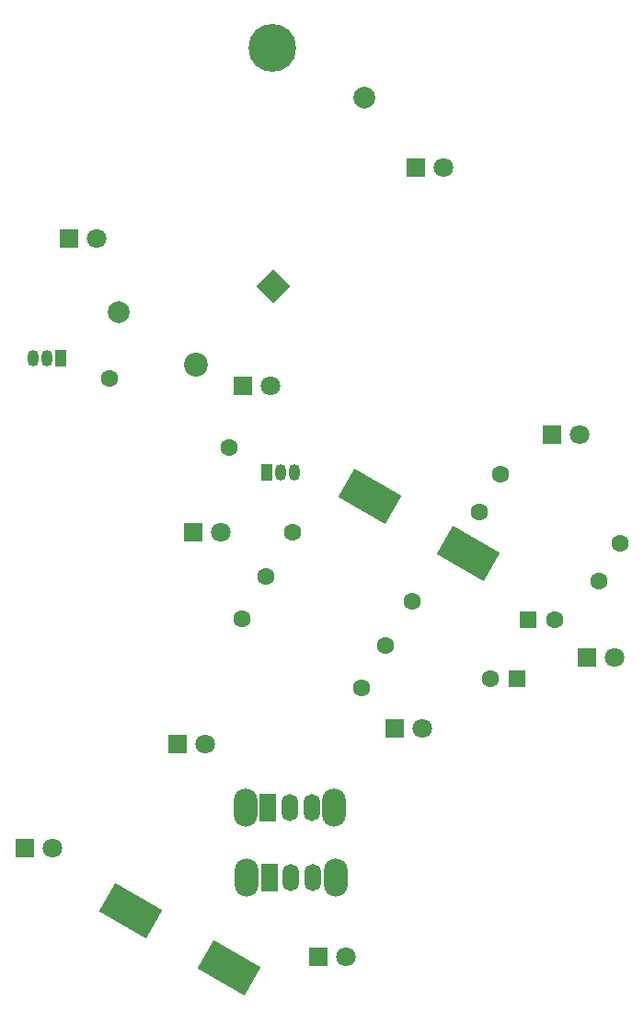
<source format=gbr>
%TF.GenerationSoftware,KiCad,Pcbnew,(6.0.11)*%
%TF.CreationDate,2023-03-05T17:51:39+00:00*%
%TF.ProjectId,easter,65617374-6572-42e6-9b69-6361645f7063,rev?*%
%TF.SameCoordinates,Original*%
%TF.FileFunction,Soldermask,Bot*%
%TF.FilePolarity,Negative*%
%FSLAX46Y46*%
G04 Gerber Fmt 4.6, Leading zero omitted, Abs format (unit mm)*
G04 Created by KiCad (PCBNEW (6.0.11)) date 2023-03-05 17:51:39*
%MOMM*%
%LPD*%
G01*
G04 APERTURE LIST*
G04 Aperture macros list*
%AMHorizOval*
0 Thick line with rounded ends*
0 $1 width*
0 $2 $3 position (X,Y) of the first rounded end (center of the circle)*
0 $4 $5 position (X,Y) of the second rounded end (center of the circle)*
0 Add line between two ends*
20,1,$1,$2,$3,$4,$5,0*
0 Add two circle primitives to create the rounded ends*
1,1,$1,$2,$3*
1,1,$1,$4,$5*%
%AMRotRect*
0 Rectangle, with rotation*
0 The origin of the aperture is its center*
0 $1 length*
0 $2 width*
0 $3 Rotation angle, in degrees counterclockwise*
0 Add horizontal line*
21,1,$1,$2,0,0,$3*%
G04 Aperture macros list end*
%ADD10R,1.800000X1.800000*%
%ADD11C,1.800000*%
%ADD12C,4.400000*%
%ADD13C,1.600000*%
%ADD14HorizOval,1.600000X0.000000X0.000000X0.000000X0.000000X0*%
%ADD15O,2.200000X3.500000*%
%ADD16R,1.500000X2.500000*%
%ADD17O,1.500000X2.500000*%
%ADD18R,1.050000X1.500000*%
%ADD19O,1.050000X1.500000*%
%ADD20C,2.000000*%
%ADD21RotRect,3.000000X5.000000X60.000000*%
%ADD22HorizOval,1.600000X0.000000X0.000000X0.000000X0.000000X0*%
%ADD23R,1.600000X1.600000*%
%ADD24RotRect,3.000000X5.000000X240.000000*%
%ADD25RotRect,2.200000X2.200000X225.000000*%
%ADD26HorizOval,2.200000X0.000000X0.000000X0.000000X0.000000X0*%
G04 APERTURE END LIST*
D10*
%TO.C,D5*%
X149215000Y-66500000D03*
D11*
X151755000Y-66500000D03*
%TD*%
D10*
%TO.C,D8*%
X152460000Y-87000000D03*
D11*
X155000000Y-87000000D03*
%TD*%
D10*
%TO.C,D7*%
X127670000Y-114500000D03*
D11*
X130210000Y-114500000D03*
%TD*%
D12*
%TO.C,H1*%
X123500000Y-31000000D03*
%TD*%
D13*
%TO.C,R6*%
X133900000Y-85950000D03*
D14*
X122901477Y-79600000D03*
%TD*%
D10*
%TO.C,D9*%
X114725000Y-95000000D03*
D11*
X117265000Y-95000000D03*
%TD*%
D10*
%TO.C,D6*%
X100725000Y-104500000D03*
D11*
X103265000Y-104500000D03*
%TD*%
D15*
%TO.C,SW1*%
X120980000Y-100785000D03*
X129180000Y-100785000D03*
D16*
X123080000Y-100785000D03*
D17*
X125080000Y-100785000D03*
X127080000Y-100785000D03*
%TD*%
D15*
%TO.C,SW3*%
X121080000Y-107285000D03*
X129280000Y-107285000D03*
D16*
X123180000Y-107285000D03*
D17*
X125180000Y-107285000D03*
X127180000Y-107285000D03*
%TD*%
D10*
%TO.C,D10*%
X134725000Y-93500000D03*
D11*
X137265000Y-93500000D03*
%TD*%
D10*
%TO.C,D4*%
X120725000Y-62000000D03*
D11*
X123265000Y-62000000D03*
%TD*%
D13*
%TO.C,R5*%
X131649997Y-89847115D03*
D14*
X120651474Y-83497115D03*
%TD*%
D10*
%TO.C,D3*%
X136715000Y-42000000D03*
D11*
X139255000Y-42000000D03*
%TD*%
D13*
%TO.C,R1*%
X136350000Y-81850000D03*
D14*
X125351477Y-75500000D03*
%TD*%
D10*
%TO.C,D2*%
X104725000Y-48500000D03*
D11*
X107265000Y-48500000D03*
%TD*%
D10*
%TO.C,D11*%
X116225000Y-75500000D03*
D11*
X118765000Y-75500000D03*
%TD*%
D18*
%TO.C,Q2*%
X104000000Y-59500000D03*
D19*
X102730000Y-59500000D03*
X101460000Y-59500000D03*
%TD*%
D20*
%TO.C,TP2*%
X131900000Y-35550000D03*
%TD*%
D21*
%TO.C,BT1*%
X119500000Y-115552559D03*
X141500000Y-77447441D03*
%TD*%
D13*
%TO.C,R4*%
X108500739Y-61325000D03*
D22*
X119499262Y-67675000D03*
%TD*%
D13*
%TO.C,R3*%
X155500000Y-76500000D03*
D14*
X144501477Y-70150000D03*
%TD*%
D20*
%TO.C,TP1*%
X109350000Y-55250000D03*
%TD*%
D23*
%TO.C,SW2*%
X147000000Y-83500000D03*
D13*
X149500000Y-83500000D03*
%TD*%
%TO.C,R2*%
X153500000Y-79964102D03*
D14*
X142501477Y-73614102D03*
%TD*%
D24*
%TO.C,BT2*%
X132406734Y-72197441D03*
X110406734Y-110302559D03*
%TD*%
D25*
%TO.C,D1*%
X123592103Y-52907898D03*
D26*
X116407898Y-60092103D03*
%TD*%
D18*
%TO.C,Q1*%
X123000000Y-70000000D03*
D19*
X124270000Y-70000000D03*
X125540000Y-70000000D03*
%TD*%
D23*
%TO.C,C1*%
X146000000Y-89000000D03*
D13*
X143500000Y-89000000D03*
%TD*%
M02*

</source>
